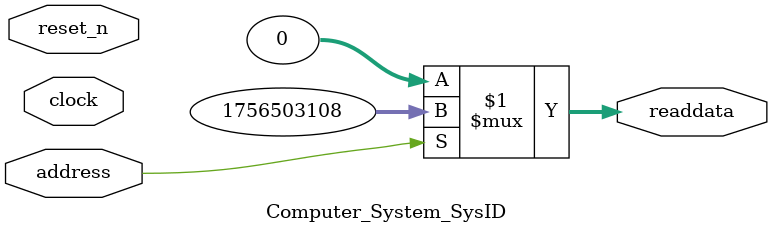
<source format=v>



// synthesis translate_off
`timescale 1ns / 1ps
// synthesis translate_on

// turn off superfluous verilog processor warnings 
// altera message_level Level1 
// altera message_off 10034 10035 10036 10037 10230 10240 10030 

module Computer_System_SysID (
               // inputs:
                address,
                clock,
                reset_n,

               // outputs:
                readdata
             )
;

  output  [ 31: 0] readdata;
  input            address;
  input            clock;
  input            reset_n;

  wire    [ 31: 0] readdata;
  //control_slave, which is an e_avalon_slave
  assign readdata = address ? 1756503108 : 0;

endmodule



</source>
